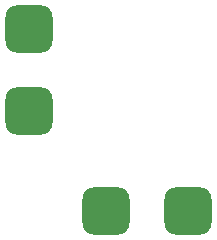
<source format=gbr>
%TF.GenerationSoftware,KiCad,Pcbnew,8.0.0*%
%TF.CreationDate,2024-07-03T13:45:23+02:00*%
%TF.ProjectId,KIBO V1,4b49424f-2056-4312-9e6b-696361645f70,rev?*%
%TF.SameCoordinates,Original*%
%TF.FileFunction,Paste,Top*%
%TF.FilePolarity,Positive*%
%FSLAX46Y46*%
G04 Gerber Fmt 4.6, Leading zero omitted, Abs format (unit mm)*
G04 Created by KiCad (PCBNEW 8.0.0) date 2024-07-03 13:45:23*
%MOMM*%
%LPD*%
G01*
G04 APERTURE LIST*
G04 Aperture macros list*
%AMRoundRect*
0 Rectangle with rounded corners*
0 $1 Rounding radius*
0 $2 $3 $4 $5 $6 $7 $8 $9 X,Y pos of 4 corners*
0 Add a 4 corners polygon primitive as box body*
4,1,4,$2,$3,$4,$5,$6,$7,$8,$9,$2,$3,0*
0 Add four circle primitives for the rounded corners*
1,1,$1+$1,$2,$3*
1,1,$1+$1,$4,$5*
1,1,$1+$1,$6,$7*
1,1,$1+$1,$8,$9*
0 Add four rect primitives between the rounded corners*
20,1,$1+$1,$2,$3,$4,$5,0*
20,1,$1+$1,$4,$5,$6,$7,0*
20,1,$1+$1,$6,$7,$8,$9,0*
20,1,$1+$1,$8,$9,$2,$3,0*%
G04 Aperture macros list end*
%ADD10RoundRect,1.000000X-1.000000X1.000000X-1.000000X-1.000000X1.000000X-1.000000X1.000000X1.000000X0*%
%ADD11RoundRect,1.000000X-1.000000X-1.000000X1.000000X-1.000000X1.000000X1.000000X-1.000000X1.000000X0*%
G04 APERTURE END LIST*
D10*
%TO.C,OBT1*%
X118000000Y-125900000D03*
X111000000Y-125900000D03*
%TD*%
D11*
%TO.C,BT1*%
X104500000Y-110500000D03*
X104500000Y-117500000D03*
%TD*%
M02*

</source>
